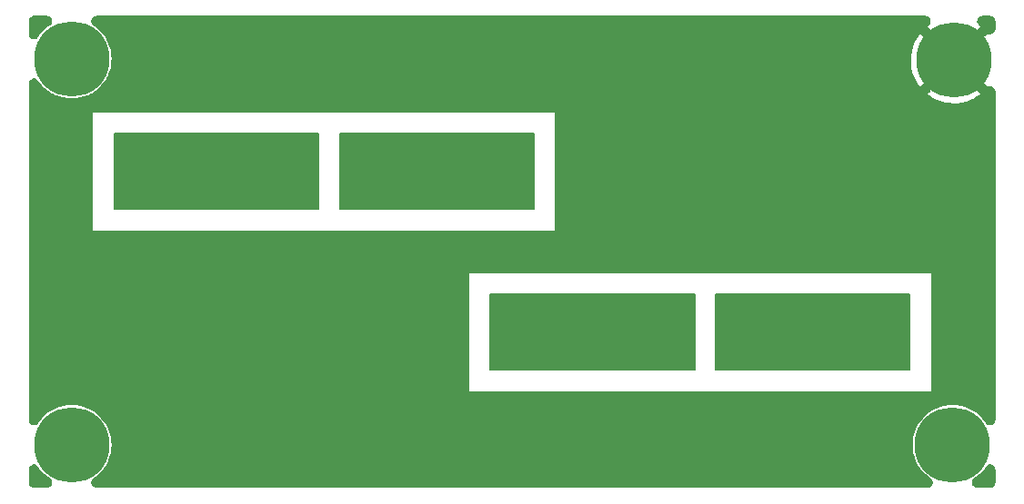
<source format=gbr>
%TF.GenerationSoftware,KiCad,Pcbnew,(6.0.0)*%
%TF.CreationDate,2023-03-06T12:39:06+00:00*%
%TF.ProjectId,VHF_Filter_Board,5648465f-4669-46c7-9465-725f426f6172,rev?*%
%TF.SameCoordinates,Original*%
%TF.FileFunction,Copper,L1,Top*%
%TF.FilePolarity,Positive*%
%FSLAX46Y46*%
G04 Gerber Fmt 4.6, Leading zero omitted, Abs format (unit mm)*
G04 Created by KiCad (PCBNEW (6.0.0)) date 2023-03-06 12:39:06*
%MOMM*%
%LPD*%
G01*
G04 APERTURE LIST*
%TA.AperFunction,NonConductor*%
%ADD10C,0.200000*%
%TD*%
%TA.AperFunction,ComponentPad*%
%ADD11C,0.800000*%
%TD*%
%TA.AperFunction,ComponentPad*%
%ADD12C,7.000000*%
%TD*%
%TA.AperFunction,ViaPad*%
%ADD13C,0.800000*%
%TD*%
G04 APERTURE END LIST*
D10*
X152000000Y-91000000D02*
X133000000Y-91000000D01*
X133000000Y-91000000D02*
X133000000Y-84000000D01*
X133000000Y-84000000D02*
X152000000Y-84000000D01*
X152000000Y-84000000D02*
X152000000Y-91000000D01*
G36*
X152000000Y-91000000D02*
G01*
X133000000Y-91000000D01*
X133000000Y-84000000D01*
X152000000Y-84000000D01*
X152000000Y-91000000D01*
G37*
X152000000Y-91000000D02*
X133000000Y-91000000D01*
X133000000Y-84000000D01*
X152000000Y-84000000D01*
X152000000Y-91000000D01*
X172000000Y-91000000D02*
X154000000Y-91000000D01*
X154000000Y-91000000D02*
X154000000Y-84000000D01*
X154000000Y-84000000D02*
X172000000Y-84000000D01*
X172000000Y-84000000D02*
X172000000Y-91000000D01*
G36*
X172000000Y-91000000D02*
G01*
X154000000Y-91000000D01*
X154000000Y-84000000D01*
X172000000Y-84000000D01*
X172000000Y-91000000D01*
G37*
X172000000Y-91000000D02*
X154000000Y-91000000D01*
X154000000Y-84000000D01*
X172000000Y-84000000D01*
X172000000Y-91000000D01*
X137000000Y-76000000D02*
X119000000Y-76000000D01*
X119000000Y-76000000D02*
X119000000Y-69000000D01*
X119000000Y-69000000D02*
X137000000Y-69000000D01*
X137000000Y-69000000D02*
X137000000Y-76000000D01*
G36*
X137000000Y-76000000D02*
G01*
X119000000Y-76000000D01*
X119000000Y-69000000D01*
X137000000Y-69000000D01*
X137000000Y-76000000D01*
G37*
X137000000Y-76000000D02*
X119000000Y-76000000D01*
X119000000Y-69000000D01*
X137000000Y-69000000D01*
X137000000Y-76000000D01*
X117000000Y-76000000D02*
X98000000Y-76000000D01*
X98000000Y-76000000D02*
X98000000Y-69000000D01*
X98000000Y-69000000D02*
X117000000Y-69000000D01*
X117000000Y-69000000D02*
X117000000Y-76000000D01*
G36*
X117000000Y-76000000D02*
G01*
X98000000Y-76000000D01*
X98000000Y-69000000D01*
X117000000Y-69000000D01*
X117000000Y-76000000D01*
G37*
X117000000Y-76000000D02*
X98000000Y-76000000D01*
X98000000Y-69000000D01*
X117000000Y-69000000D01*
X117000000Y-76000000D01*
D11*
%TO.P,H1,1*%
%TO.N,N/C*%
X173518845Y-62143845D03*
X178000000Y-60287690D03*
X174287690Y-60287690D03*
X174287690Y-64000000D03*
X176143845Y-64768845D03*
X178000000Y-64000000D03*
X178768845Y-62143845D03*
D12*
%TO.N,gnd*%
X176143845Y-62143845D03*
D11*
%TO.N,N/C*%
X176143845Y-59518845D03*
%TD*%
%TO.P,H3,1*%
%TO.N,N/C*%
X178625000Y-98000000D03*
X176000000Y-100625000D03*
D12*
X176000000Y-98000000D03*
D11*
X174143845Y-99856155D03*
X177856155Y-96143845D03*
X177856155Y-99856155D03*
X174143845Y-96143845D03*
X176000000Y-95375000D03*
X173375000Y-98000000D03*
%TD*%
D12*
%TO.P,H4,1*%
%TO.N,N/C*%
X94000000Y-98000000D03*
D11*
X94000000Y-95375000D03*
X92143845Y-99856155D03*
X91375000Y-98000000D03*
X95856155Y-96143845D03*
X94000000Y-100625000D03*
X96625000Y-98000000D03*
X95856155Y-99856155D03*
X92143845Y-96143845D03*
%TD*%
%TO.P,H2,1*%
%TO.N,N/C*%
X94000000Y-64625000D03*
X92143845Y-63856155D03*
D12*
X94000000Y-62000000D03*
D11*
X95856155Y-63856155D03*
X91375000Y-62000000D03*
X95856155Y-60143845D03*
X92143845Y-60143845D03*
X94000000Y-59375000D03*
X96625000Y-62000000D03*
%TD*%
D13*
%TO.N,gnd*%
X125000000Y-99000000D03*
X127000000Y-99000000D03*
X165000000Y-99000000D03*
X157000000Y-65000000D03*
X97000000Y-91000000D03*
X151000000Y-95000000D03*
X107000000Y-81000000D03*
X157000000Y-77000000D03*
X176000000Y-86000000D03*
X149000000Y-75000000D03*
X169000000Y-63000000D03*
X141000000Y-67000000D03*
X121000000Y-89000000D03*
X165000000Y-95000000D03*
X143000000Y-65000000D03*
X113000000Y-97000000D03*
X92000000Y-88000000D03*
X99000000Y-99000000D03*
X127000000Y-61000000D03*
X115000000Y-87000000D03*
X157000000Y-69000000D03*
X107000000Y-63000000D03*
X176000000Y-68000000D03*
X139000000Y-63000000D03*
X141000000Y-77000000D03*
X101000000Y-63000000D03*
X163000000Y-71000000D03*
X157000000Y-73000000D03*
X105000000Y-81000000D03*
X143000000Y-77000000D03*
X149000000Y-71000000D03*
X107000000Y-65000000D03*
X105000000Y-91000000D03*
X113000000Y-91000000D03*
X129000000Y-95000000D03*
X163000000Y-75000000D03*
X133000000Y-99000000D03*
X111000000Y-97000000D03*
X173000000Y-71000000D03*
X163000000Y-73000000D03*
X127000000Y-81000000D03*
X97000000Y-83000000D03*
X121000000Y-63000000D03*
X163000000Y-99000000D03*
X167000000Y-95000000D03*
X117000000Y-61000000D03*
X171000000Y-61000000D03*
X127000000Y-91000000D03*
X159000000Y-69000000D03*
X92000000Y-90000000D03*
X135000000Y-95000000D03*
X125000000Y-89000000D03*
X105000000Y-63000000D03*
X123000000Y-65000000D03*
X151000000Y-71000000D03*
X119000000Y-91000000D03*
X113000000Y-87000000D03*
X165000000Y-75000000D03*
X97000000Y-87000000D03*
X147000000Y-73000000D03*
X171000000Y-63000000D03*
X155000000Y-67000000D03*
X167000000Y-97000000D03*
X131000000Y-65000000D03*
X129000000Y-93000000D03*
X94000000Y-78000000D03*
X176000000Y-80000000D03*
X145000000Y-99000000D03*
X167000000Y-69000000D03*
X123000000Y-83000000D03*
X109000000Y-85000000D03*
X173000000Y-79000000D03*
X131000000Y-95000000D03*
X101000000Y-61000000D03*
X101000000Y-95000000D03*
X99000000Y-83000000D03*
X163000000Y-67000000D03*
X169000000Y-73000000D03*
X109000000Y-87000000D03*
X133000000Y-65000000D03*
X103000000Y-63000000D03*
X145000000Y-95000000D03*
X171000000Y-73000000D03*
X137000000Y-97000000D03*
X94000000Y-84000000D03*
X165000000Y-67000000D03*
X92000000Y-72000000D03*
X101000000Y-81000000D03*
X117000000Y-97000000D03*
X176000000Y-82000000D03*
X115000000Y-93000000D03*
X103000000Y-85000000D03*
X143000000Y-97000000D03*
X123000000Y-91000000D03*
X141000000Y-71000000D03*
X123000000Y-93000000D03*
X119000000Y-63000000D03*
X111000000Y-63000000D03*
X147000000Y-67000000D03*
X153000000Y-69000000D03*
X159000000Y-77000000D03*
X161000000Y-71000000D03*
X109000000Y-95000000D03*
X92000000Y-68000000D03*
X176000000Y-78000000D03*
X149000000Y-97000000D03*
X143000000Y-75000000D03*
X141000000Y-79000000D03*
X169000000Y-79000000D03*
X178000000Y-76000000D03*
X117000000Y-87000000D03*
X119000000Y-95000000D03*
X165000000Y-65000000D03*
X107000000Y-85000000D03*
X119000000Y-93000000D03*
X151000000Y-97000000D03*
X139000000Y-65000000D03*
X131000000Y-97000000D03*
X137000000Y-65000000D03*
X92000000Y-82000000D03*
X121000000Y-91000000D03*
X105000000Y-85000000D03*
X115000000Y-63000000D03*
X153000000Y-63000000D03*
X141000000Y-65000000D03*
X94000000Y-92000000D03*
X115000000Y-85000000D03*
X145000000Y-71000000D03*
X155000000Y-71000000D03*
X151000000Y-77000000D03*
X147000000Y-65000000D03*
X171000000Y-75000000D03*
X176000000Y-84000000D03*
X153000000Y-75000000D03*
X107000000Y-87000000D03*
X99000000Y-85000000D03*
X139000000Y-99000000D03*
X107000000Y-91000000D03*
X99000000Y-87000000D03*
X147000000Y-97000000D03*
X171000000Y-77000000D03*
X129000000Y-83000000D03*
X125000000Y-93000000D03*
X159000000Y-67000000D03*
X113000000Y-85000000D03*
X137000000Y-63000000D03*
X117000000Y-95000000D03*
X169000000Y-75000000D03*
X145000000Y-67000000D03*
X157000000Y-63000000D03*
X178000000Y-80000000D03*
X145000000Y-73000000D03*
X107000000Y-95000000D03*
X101000000Y-89000000D03*
X103000000Y-95000000D03*
X149000000Y-67000000D03*
X103000000Y-65000000D03*
X123000000Y-85000000D03*
X121000000Y-87000000D03*
X105000000Y-61000000D03*
X94000000Y-80000000D03*
X129000000Y-87000000D03*
X125000000Y-61000000D03*
X143000000Y-73000000D03*
X103000000Y-97000000D03*
X159000000Y-95000000D03*
X163000000Y-63000000D03*
X111000000Y-65000000D03*
X127000000Y-97000000D03*
X125000000Y-65000000D03*
X167000000Y-77000000D03*
X103000000Y-89000000D03*
X149000000Y-79000000D03*
X155000000Y-75000000D03*
X129000000Y-65000000D03*
X135000000Y-99000000D03*
X176000000Y-70000000D03*
X103000000Y-87000000D03*
X121000000Y-85000000D03*
X178000000Y-84000000D03*
X121000000Y-81000000D03*
X101000000Y-65000000D03*
X155000000Y-95000000D03*
X111000000Y-95000000D03*
X145000000Y-65000000D03*
X155000000Y-97000000D03*
X163000000Y-95000000D03*
X147000000Y-77000000D03*
X153000000Y-95000000D03*
X143000000Y-99000000D03*
X169000000Y-61000000D03*
X127000000Y-85000000D03*
X153000000Y-99000000D03*
X119000000Y-65000000D03*
X109000000Y-61000000D03*
X99000000Y-91000000D03*
X101000000Y-91000000D03*
X129000000Y-97000000D03*
X173000000Y-75000000D03*
X94000000Y-76000000D03*
X161000000Y-75000000D03*
X97000000Y-93000000D03*
X167000000Y-67000000D03*
X153000000Y-67000000D03*
X178000000Y-70000000D03*
X161000000Y-69000000D03*
X129000000Y-81000000D03*
X115000000Y-95000000D03*
X159000000Y-65000000D03*
X151000000Y-63000000D03*
X153000000Y-79000000D03*
X178000000Y-88000000D03*
X107000000Y-97000000D03*
X113000000Y-63000000D03*
X178000000Y-82000000D03*
X115000000Y-83000000D03*
X173000000Y-73000000D03*
X105000000Y-95000000D03*
X159000000Y-63000000D03*
X143000000Y-95000000D03*
X125000000Y-97000000D03*
X139000000Y-95000000D03*
X169000000Y-77000000D03*
X143000000Y-67000000D03*
X99000000Y-93000000D03*
X135000000Y-97000000D03*
X141000000Y-73000000D03*
X159000000Y-73000000D03*
X145000000Y-69000000D03*
X99000000Y-81000000D03*
X117000000Y-85000000D03*
X103000000Y-91000000D03*
X115000000Y-61000000D03*
X113000000Y-95000000D03*
X94000000Y-70000000D03*
X165000000Y-71000000D03*
X176000000Y-74000000D03*
X176000000Y-90000000D03*
X159000000Y-99000000D03*
X145000000Y-77000000D03*
X149000000Y-63000000D03*
X113000000Y-81000000D03*
X97000000Y-81000000D03*
X161000000Y-99000000D03*
X178000000Y-68000000D03*
X143000000Y-79000000D03*
X109000000Y-93000000D03*
X178000000Y-74000000D03*
X119000000Y-83000000D03*
X159000000Y-75000000D03*
X135000000Y-63000000D03*
X161000000Y-77000000D03*
X165000000Y-69000000D03*
X123000000Y-61000000D03*
X147000000Y-75000000D03*
X123000000Y-97000000D03*
X151000000Y-99000000D03*
X149000000Y-69000000D03*
X161000000Y-95000000D03*
X133000000Y-61000000D03*
X125000000Y-85000000D03*
X165000000Y-79000000D03*
X157000000Y-79000000D03*
X105000000Y-83000000D03*
X119000000Y-89000000D03*
X153000000Y-97000000D03*
X151000000Y-67000000D03*
X157000000Y-97000000D03*
X157000000Y-75000000D03*
X125000000Y-95000000D03*
X161000000Y-97000000D03*
X139000000Y-97000000D03*
X92000000Y-92000000D03*
X99000000Y-97000000D03*
X113000000Y-65000000D03*
X111000000Y-91000000D03*
X123000000Y-89000000D03*
X127000000Y-93000000D03*
X92000000Y-78000000D03*
X143000000Y-69000000D03*
X171000000Y-79000000D03*
X155000000Y-63000000D03*
X145000000Y-63000000D03*
X123000000Y-87000000D03*
X147000000Y-63000000D03*
X92000000Y-70000000D03*
X109000000Y-83000000D03*
X149000000Y-95000000D03*
X94000000Y-82000000D03*
X94000000Y-74000000D03*
X107000000Y-61000000D03*
X101000000Y-83000000D03*
X113000000Y-61000000D03*
X141000000Y-95000000D03*
X123000000Y-63000000D03*
X173000000Y-67000000D03*
X176000000Y-72000000D03*
X119000000Y-85000000D03*
X153000000Y-65000000D03*
X115000000Y-91000000D03*
X165000000Y-97000000D03*
X109000000Y-65000000D03*
X133000000Y-97000000D03*
X94000000Y-72000000D03*
X157000000Y-67000000D03*
X163000000Y-79000000D03*
X92000000Y-80000000D03*
X117000000Y-83000000D03*
X115000000Y-65000000D03*
X163000000Y-65000000D03*
X155000000Y-65000000D03*
X111000000Y-87000000D03*
X145000000Y-79000000D03*
X159000000Y-97000000D03*
X111000000Y-93000000D03*
X149000000Y-77000000D03*
X117000000Y-91000000D03*
X121000000Y-95000000D03*
X169000000Y-71000000D03*
X117000000Y-93000000D03*
X123000000Y-95000000D03*
X178000000Y-90000000D03*
X121000000Y-65000000D03*
X149000000Y-65000000D03*
X109000000Y-97000000D03*
X171000000Y-99000000D03*
X141000000Y-69000000D03*
X101000000Y-97000000D03*
X137000000Y-99000000D03*
X141000000Y-99000000D03*
X147000000Y-71000000D03*
X105000000Y-65000000D03*
X109000000Y-89000000D03*
X155000000Y-79000000D03*
X129000000Y-99000000D03*
X111000000Y-61000000D03*
X151000000Y-75000000D03*
X125000000Y-63000000D03*
X147000000Y-99000000D03*
X167000000Y-99000000D03*
X119000000Y-87000000D03*
X141000000Y-97000000D03*
X145000000Y-75000000D03*
X151000000Y-73000000D03*
X107000000Y-83000000D03*
X167000000Y-61000000D03*
X153000000Y-77000000D03*
X133000000Y-63000000D03*
X111000000Y-89000000D03*
X161000000Y-65000000D03*
X103000000Y-61000000D03*
X92000000Y-76000000D03*
X155000000Y-69000000D03*
X101000000Y-85000000D03*
X157000000Y-71000000D03*
X133000000Y-95000000D03*
X99000000Y-95000000D03*
X131000000Y-99000000D03*
X167000000Y-75000000D03*
X149000000Y-99000000D03*
X123000000Y-81000000D03*
X111000000Y-85000000D03*
X169000000Y-65000000D03*
X117000000Y-89000000D03*
X159000000Y-79000000D03*
X99000000Y-61000000D03*
X147000000Y-79000000D03*
X167000000Y-79000000D03*
X119000000Y-81000000D03*
X169000000Y-69000000D03*
X109000000Y-63000000D03*
X125000000Y-91000000D03*
X105000000Y-97000000D03*
X171000000Y-69000000D03*
X167000000Y-65000000D03*
X113000000Y-89000000D03*
X129000000Y-63000000D03*
X127000000Y-63000000D03*
X165000000Y-73000000D03*
X171000000Y-65000000D03*
X129000000Y-85000000D03*
X115000000Y-89000000D03*
X143000000Y-71000000D03*
X109000000Y-81000000D03*
X121000000Y-97000000D03*
X151000000Y-69000000D03*
X103000000Y-93000000D03*
X111000000Y-83000000D03*
X109000000Y-91000000D03*
X178000000Y-72000000D03*
X159000000Y-71000000D03*
X135000000Y-65000000D03*
X153000000Y-73000000D03*
X115000000Y-97000000D03*
X149000000Y-73000000D03*
X92000000Y-84000000D03*
X125000000Y-87000000D03*
X127000000Y-65000000D03*
X163000000Y-97000000D03*
X169000000Y-99000000D03*
X169000000Y-95000000D03*
X115000000Y-81000000D03*
X94000000Y-86000000D03*
X94000000Y-88000000D03*
X143000000Y-63000000D03*
X167000000Y-63000000D03*
X119000000Y-97000000D03*
X131000000Y-63000000D03*
X97000000Y-89000000D03*
X145000000Y-97000000D03*
X135000000Y-61000000D03*
X105000000Y-87000000D03*
X171000000Y-67000000D03*
X94000000Y-68000000D03*
X129000000Y-91000000D03*
X105000000Y-93000000D03*
X157000000Y-95000000D03*
X131000000Y-61000000D03*
X178000000Y-78000000D03*
X127000000Y-87000000D03*
X101000000Y-93000000D03*
X111000000Y-81000000D03*
X125000000Y-83000000D03*
X127000000Y-95000000D03*
X167000000Y-71000000D03*
X127000000Y-89000000D03*
X99000000Y-65000000D03*
X169000000Y-67000000D03*
X161000000Y-63000000D03*
X125000000Y-81000000D03*
X176000000Y-92000000D03*
X173000000Y-69000000D03*
X129000000Y-61000000D03*
X163000000Y-77000000D03*
X117000000Y-65000000D03*
X147000000Y-95000000D03*
X119000000Y-61000000D03*
X173000000Y-77000000D03*
X105000000Y-89000000D03*
X117000000Y-81000000D03*
X163000000Y-69000000D03*
X151000000Y-65000000D03*
X101000000Y-87000000D03*
X107000000Y-93000000D03*
X155000000Y-73000000D03*
X176000000Y-88000000D03*
X161000000Y-79000000D03*
X171000000Y-97000000D03*
X129000000Y-89000000D03*
X121000000Y-83000000D03*
X103000000Y-83000000D03*
X161000000Y-67000000D03*
X151000000Y-79000000D03*
X137000000Y-95000000D03*
X165000000Y-77000000D03*
X171000000Y-71000000D03*
X157000000Y-99000000D03*
X141000000Y-63000000D03*
X165000000Y-63000000D03*
X97000000Y-85000000D03*
X165000000Y-61000000D03*
X92000000Y-74000000D03*
X92000000Y-86000000D03*
X127000000Y-83000000D03*
X117000000Y-63000000D03*
X113000000Y-83000000D03*
X153000000Y-71000000D03*
X121000000Y-93000000D03*
X103000000Y-81000000D03*
X167000000Y-73000000D03*
X113000000Y-93000000D03*
X155000000Y-99000000D03*
X178000000Y-92000000D03*
X155000000Y-77000000D03*
X178000000Y-86000000D03*
X141000000Y-75000000D03*
X169000000Y-97000000D03*
X121000000Y-61000000D03*
X147000000Y-69000000D03*
X107000000Y-89000000D03*
X99000000Y-89000000D03*
X99000000Y-63000000D03*
X176000000Y-76000000D03*
X94000000Y-90000000D03*
X161000000Y-73000000D03*
%TD*%
%TA.AperFunction,Conductor*%
%TO.N,gnd*%
G36*
X131000000Y-93000000D02*
G01*
X96000000Y-93000000D01*
X96000000Y-78000000D01*
X131000000Y-78000000D01*
X131000000Y-93000000D01*
G37*
%TD.AperFunction*%
%TD*%
%TA.AperFunction,Conductor*%
%TO.N,gnd*%
G36*
X96000000Y-93000000D02*
G01*
X90000500Y-93000000D01*
X90000500Y-67000000D01*
X96000000Y-67000000D01*
X96000000Y-93000000D01*
G37*
%TD.AperFunction*%
%TD*%
%TA.AperFunction,Conductor*%
%TO.N,gnd*%
G36*
X139000000Y-82000000D02*
G01*
X131000000Y-82000000D01*
X131000000Y-78000000D01*
X139000000Y-78000000D01*
X139000000Y-82000000D01*
G37*
%TD.AperFunction*%
%TD*%
%TA.AperFunction,Conductor*%
%TO.N,gnd*%
G36*
X174000000Y-82000000D02*
G01*
X139000000Y-82000000D01*
X139000000Y-67000000D01*
X174000000Y-67000000D01*
X174000000Y-82000000D01*
G37*
%TD.AperFunction*%
%TD*%
%TA.AperFunction,Conductor*%
%TO.N,gnd*%
G36*
X173632600Y-58020713D02*
G01*
X173761795Y-58079714D01*
X173869134Y-58172724D01*
X173945921Y-58292208D01*
X173985936Y-58428485D01*
X173985936Y-58570515D01*
X173945921Y-58706792D01*
X173869134Y-58826276D01*
X173785321Y-58903199D01*
X173712828Y-58955868D01*
X173691049Y-58977034D01*
X173710458Y-59003351D01*
X173863134Y-59156027D01*
X173948250Y-59269728D01*
X173997884Y-59402803D01*
X174008017Y-59544471D01*
X173977826Y-59683256D01*
X173909758Y-59807913D01*
X173876503Y-59846290D01*
X173859408Y-59859408D01*
X173849571Y-59872228D01*
X173748018Y-59948250D01*
X173614943Y-59997884D01*
X173473275Y-60008017D01*
X173334490Y-59977826D01*
X173209833Y-59909758D01*
X173156027Y-59863134D01*
X173003379Y-59710486D01*
X172978419Y-59691801D01*
X172957067Y-59713012D01*
X172840181Y-59867005D01*
X172826404Y-59887125D01*
X172633764Y-60200257D01*
X172622026Y-60221608D01*
X172460856Y-60552054D01*
X172451255Y-60574456D01*
X172323102Y-60919050D01*
X172315732Y-60942282D01*
X172221818Y-61297733D01*
X172216750Y-61321575D01*
X172157970Y-61684492D01*
X172155252Y-61708723D01*
X172132168Y-62075647D01*
X172131827Y-62100000D01*
X172144660Y-62467449D01*
X172146697Y-62491708D01*
X172195323Y-62856146D01*
X172199723Y-62880119D01*
X172283678Y-63238066D01*
X172290388Y-63261467D01*
X172408874Y-63609518D01*
X172417846Y-63632178D01*
X172569727Y-63966997D01*
X172580862Y-63988664D01*
X172764699Y-64307078D01*
X172777887Y-64327541D01*
X172955357Y-64575430D01*
X172976175Y-64597153D01*
X173003256Y-64577327D01*
X173156027Y-64424556D01*
X173269728Y-64339440D01*
X173402803Y-64289806D01*
X173544471Y-64279673D01*
X173683256Y-64309864D01*
X173807913Y-64377932D01*
X173846290Y-64411187D01*
X173859408Y-64428282D01*
X173872228Y-64438119D01*
X173948250Y-64539672D01*
X173997884Y-64672747D01*
X174008017Y-64814415D01*
X173977826Y-64953200D01*
X173909758Y-65077857D01*
X173863134Y-65131663D01*
X173710637Y-65284160D01*
X173691798Y-65309326D01*
X173712318Y-65330128D01*
X173844007Y-65431542D01*
X173864006Y-65445441D01*
X174175806Y-65640275D01*
X174197063Y-65652156D01*
X174526388Y-65815635D01*
X174548715Y-65825389D01*
X174892409Y-65955946D01*
X174915580Y-65963475D01*
X175270379Y-66059871D01*
X175294172Y-66065103D01*
X175656692Y-66126418D01*
X175680874Y-66129302D01*
X176047623Y-66154947D01*
X176072016Y-66155458D01*
X176439517Y-66145192D01*
X176463802Y-66143324D01*
X176828556Y-66097245D01*
X176852571Y-66093010D01*
X177211083Y-66011558D01*
X177234548Y-66005007D01*
X177583401Y-65888959D01*
X177606135Y-65880141D01*
X177942000Y-65730605D01*
X177963743Y-65719622D01*
X178283421Y-65538019D01*
X178303999Y-65524960D01*
X178576142Y-65332984D01*
X178597800Y-65312516D01*
X178577561Y-65284668D01*
X178424556Y-65131663D01*
X178339440Y-65017962D01*
X178289806Y-64884887D01*
X178279673Y-64743219D01*
X178309864Y-64604434D01*
X178377932Y-64479777D01*
X178411187Y-64441400D01*
X178428282Y-64428282D01*
X178438119Y-64415462D01*
X178539672Y-64339440D01*
X178672747Y-64289806D01*
X178814415Y-64279673D01*
X178953200Y-64309864D01*
X179077857Y-64377932D01*
X179131663Y-64424556D01*
X179284148Y-64577041D01*
X179310574Y-64596823D01*
X179359070Y-64586273D01*
X179394426Y-64573086D01*
X179536094Y-64562952D01*
X179674879Y-64593142D01*
X179799536Y-64661208D01*
X179899968Y-64761638D01*
X179968036Y-64886294D01*
X179998228Y-65025079D01*
X179999500Y-65060681D01*
X179999500Y-67000000D01*
X90000500Y-67000000D01*
X90000500Y-64320315D01*
X90020713Y-64179730D01*
X90079714Y-64050535D01*
X90172724Y-63943196D01*
X90292208Y-63866409D01*
X90428485Y-63826394D01*
X90570515Y-63826394D01*
X90706792Y-63866409D01*
X90826276Y-63943196D01*
X90917996Y-64048540D01*
X90995007Y-64167126D01*
X90995014Y-64167136D01*
X91002124Y-64178084D01*
X91246219Y-64479516D01*
X91520484Y-64753781D01*
X91821916Y-64997876D01*
X91832858Y-65004982D01*
X91832861Y-65004984D01*
X91863805Y-65025079D01*
X92147211Y-65209125D01*
X92294476Y-65284160D01*
X92481159Y-65379280D01*
X92481166Y-65379283D01*
X92492806Y-65385214D01*
X92504996Y-65389893D01*
X92505002Y-65389896D01*
X92659768Y-65449305D01*
X92854913Y-65524214D01*
X92867525Y-65527593D01*
X92867530Y-65527595D01*
X93216941Y-65621219D01*
X93229567Y-65624602D01*
X93242471Y-65626646D01*
X93242472Y-65626646D01*
X93599760Y-65683235D01*
X93599769Y-65683236D01*
X93612662Y-65685278D01*
X93625711Y-65685962D01*
X93625712Y-65685962D01*
X93986949Y-65704894D01*
X94000000Y-65705578D01*
X94013051Y-65704894D01*
X94374288Y-65685962D01*
X94374289Y-65685962D01*
X94387338Y-65685278D01*
X94400231Y-65683236D01*
X94400240Y-65683235D01*
X94757528Y-65626646D01*
X94757529Y-65626646D01*
X94770433Y-65624602D01*
X94783059Y-65621219D01*
X95132470Y-65527595D01*
X95132475Y-65527593D01*
X95145087Y-65524214D01*
X95340232Y-65449305D01*
X95494998Y-65389896D01*
X95495004Y-65389893D01*
X95507194Y-65385214D01*
X95518834Y-65379283D01*
X95518841Y-65379280D01*
X95705524Y-65284160D01*
X95852789Y-65209125D01*
X96136195Y-65025079D01*
X96167139Y-65004984D01*
X96167142Y-65004982D01*
X96178084Y-64997876D01*
X96479516Y-64753781D01*
X96753781Y-64479516D01*
X96997876Y-64178084D01*
X97134958Y-63966997D01*
X97202012Y-63863742D01*
X97209125Y-63852789D01*
X97326683Y-63622068D01*
X97379280Y-63518841D01*
X97379283Y-63518834D01*
X97385214Y-63507194D01*
X97524214Y-63145087D01*
X97532246Y-63115113D01*
X97621219Y-62783059D01*
X97621219Y-62783057D01*
X97624602Y-62770433D01*
X97631182Y-62728889D01*
X97683235Y-62400240D01*
X97683236Y-62400231D01*
X97685278Y-62387338D01*
X97689824Y-62300607D01*
X97704894Y-62013051D01*
X97705578Y-62000000D01*
X97690671Y-61715563D01*
X97685962Y-61625712D01*
X97685962Y-61625711D01*
X97685278Y-61612662D01*
X97676748Y-61558801D01*
X97626646Y-61242472D01*
X97626646Y-61242471D01*
X97624602Y-61229567D01*
X97552489Y-60960437D01*
X97527595Y-60867530D01*
X97527593Y-60867525D01*
X97524214Y-60854913D01*
X97422727Y-60590531D01*
X97389896Y-60505002D01*
X97389893Y-60504996D01*
X97385214Y-60492806D01*
X97360577Y-60444452D01*
X97222743Y-60173938D01*
X97209125Y-60147211D01*
X97024643Y-59863134D01*
X97004984Y-59832861D01*
X97004982Y-59832858D01*
X96997876Y-59821916D01*
X96753781Y-59520484D01*
X96479516Y-59246219D01*
X96178084Y-59002124D01*
X96167136Y-58995014D01*
X96167126Y-58995007D01*
X96048540Y-58917996D01*
X95941645Y-58824476D01*
X95865427Y-58704629D01*
X95826062Y-58568163D01*
X95826738Y-58426134D01*
X95867401Y-58290049D01*
X95944756Y-58170933D01*
X96052537Y-58078435D01*
X96182011Y-58020049D01*
X96320315Y-58000500D01*
X173492015Y-58000500D01*
X173632600Y-58020713D01*
G37*
%TD.AperFunction*%
%TA.AperFunction,Conductor*%
G36*
X177395566Y-60597554D02*
G01*
X177520223Y-60665622D01*
X177558600Y-60698877D01*
X177571718Y-60715972D01*
X177584538Y-60725809D01*
X177660560Y-60827362D01*
X177710194Y-60960437D01*
X177720327Y-61102105D01*
X177690136Y-61240890D01*
X177622068Y-61365547D01*
X177575444Y-61419353D01*
X176876190Y-62118607D01*
X176856974Y-62144276D01*
X176863701Y-62156594D01*
X177575444Y-62868337D01*
X177660560Y-62982038D01*
X177710194Y-63115113D01*
X177720327Y-63256781D01*
X177690136Y-63395566D01*
X177622068Y-63520223D01*
X177588813Y-63558600D01*
X177571718Y-63571718D01*
X177561881Y-63584538D01*
X177460328Y-63660560D01*
X177327253Y-63710194D01*
X177185585Y-63720327D01*
X177046800Y-63690136D01*
X176922143Y-63622068D01*
X176868337Y-63575444D01*
X176169083Y-62876190D01*
X176143414Y-62856974D01*
X176131096Y-62863701D01*
X175419353Y-63575444D01*
X175305652Y-63660560D01*
X175172577Y-63710194D01*
X175030909Y-63720327D01*
X174892124Y-63690136D01*
X174767467Y-63622068D01*
X174729090Y-63588813D01*
X174715972Y-63571718D01*
X174703152Y-63561881D01*
X174627130Y-63460328D01*
X174577496Y-63327253D01*
X174567363Y-63185585D01*
X174597554Y-63046800D01*
X174665622Y-62922143D01*
X174712246Y-62868337D01*
X175411500Y-62169083D01*
X175430716Y-62143414D01*
X175423989Y-62131096D01*
X174712246Y-61419353D01*
X174627130Y-61305652D01*
X174577496Y-61172577D01*
X174567363Y-61030909D01*
X174597554Y-60892124D01*
X174665622Y-60767467D01*
X174698877Y-60729090D01*
X174715972Y-60715972D01*
X174725809Y-60703152D01*
X174827362Y-60627130D01*
X174960437Y-60577496D01*
X175102105Y-60567363D01*
X175240890Y-60597554D01*
X175365547Y-60665622D01*
X175419353Y-60712246D01*
X176118607Y-61411500D01*
X176144276Y-61430716D01*
X176156594Y-61423989D01*
X176868337Y-60712246D01*
X176982038Y-60627130D01*
X177115113Y-60577496D01*
X177256781Y-60567363D01*
X177395566Y-60597554D01*
G37*
%TD.AperFunction*%
%TA.AperFunction,Conductor*%
G36*
X179641085Y-58020713D02*
G01*
X179770280Y-58079714D01*
X179877619Y-58172724D01*
X179954406Y-58292208D01*
X179994421Y-58428485D01*
X179999500Y-58499500D01*
X179999500Y-59225184D01*
X179979287Y-59365769D01*
X179920286Y-59494964D01*
X179827276Y-59602303D01*
X179707792Y-59679090D01*
X179571515Y-59719105D01*
X179429485Y-59719105D01*
X179378638Y-59704175D01*
X179378434Y-59705082D01*
X179311767Y-59690069D01*
X179284385Y-59710412D01*
X179131663Y-59863134D01*
X179017962Y-59948250D01*
X178884887Y-59997884D01*
X178743219Y-60008017D01*
X178604434Y-59977826D01*
X178479777Y-59909758D01*
X178441400Y-59876503D01*
X178428282Y-59859408D01*
X178415462Y-59849571D01*
X178339440Y-59748018D01*
X178289806Y-59614943D01*
X178279673Y-59473275D01*
X178309864Y-59334490D01*
X178377932Y-59209833D01*
X178424556Y-59156027D01*
X178577495Y-59003088D01*
X178596022Y-58978338D01*
X178574123Y-58956446D01*
X178497420Y-58899065D01*
X178396957Y-58798667D01*
X178328850Y-58674032D01*
X178298615Y-58535257D01*
X178308702Y-58393585D01*
X178358294Y-58260494D01*
X178443373Y-58146766D01*
X178557047Y-58061614D01*
X178690107Y-58011938D01*
X178796332Y-58000500D01*
X179500500Y-58000500D01*
X179641085Y-58020713D01*
G37*
%TD.AperFunction*%
%TD*%
%TA.AperFunction,NonConductor*%
G36*
X91820270Y-58020713D02*
G01*
X91949465Y-58079714D01*
X92056804Y-58172724D01*
X92133591Y-58292208D01*
X92173606Y-58428485D01*
X92173606Y-58570515D01*
X92133591Y-58706792D01*
X92056804Y-58826276D01*
X91951460Y-58917996D01*
X91832874Y-58995007D01*
X91832864Y-58995014D01*
X91821916Y-59002124D01*
X91520484Y-59246219D01*
X91246219Y-59520484D01*
X91002124Y-59821916D01*
X90995016Y-59832861D01*
X90995007Y-59832874D01*
X90917996Y-59951460D01*
X90824476Y-60058355D01*
X90704629Y-60134573D01*
X90568163Y-60173938D01*
X90426134Y-60173262D01*
X90290049Y-60132599D01*
X90170933Y-60055244D01*
X90078435Y-59947463D01*
X90020049Y-59817989D01*
X90000500Y-59679685D01*
X90000500Y-58499500D01*
X90020713Y-58358915D01*
X90079714Y-58229720D01*
X90172724Y-58122381D01*
X90292208Y-58045594D01*
X90428485Y-58005579D01*
X90499500Y-58000500D01*
X91679685Y-58000500D01*
X91820270Y-58020713D01*
G37*
%TD.AperFunction*%
%TA.AperFunction,Conductor*%
%TO.N,gnd*%
G36*
X179999500Y-93000000D02*
G01*
X174000000Y-93000000D01*
X174000000Y-67000000D01*
X179999500Y-67000000D01*
X179999500Y-93000000D01*
G37*
%TD.AperFunction*%
%TD*%
%TA.AperFunction,Conductor*%
%TO.N,gnd*%
G36*
X179999500Y-95679685D02*
G01*
X179979287Y-95820270D01*
X179920286Y-95949465D01*
X179827276Y-96056804D01*
X179707792Y-96133591D01*
X179571515Y-96173606D01*
X179429485Y-96173606D01*
X179293208Y-96133591D01*
X179173724Y-96056804D01*
X179082004Y-95951460D01*
X179004993Y-95832874D01*
X179004984Y-95832861D01*
X178997876Y-95821916D01*
X178753781Y-95520484D01*
X178479516Y-95246219D01*
X178178084Y-95002124D01*
X177852789Y-94790875D01*
X177687503Y-94706658D01*
X177518841Y-94620720D01*
X177518834Y-94620717D01*
X177507194Y-94614786D01*
X177495004Y-94610107D01*
X177494998Y-94610104D01*
X177340232Y-94550695D01*
X177145087Y-94475786D01*
X177132475Y-94472407D01*
X177132470Y-94472405D01*
X176783059Y-94378781D01*
X176783057Y-94378781D01*
X176770433Y-94375398D01*
X176757528Y-94373354D01*
X176400240Y-94316765D01*
X176400231Y-94316764D01*
X176387338Y-94314722D01*
X176374289Y-94314038D01*
X176374288Y-94314038D01*
X176013051Y-94295106D01*
X176000000Y-94294422D01*
X175986949Y-94295106D01*
X175625712Y-94314038D01*
X175625711Y-94314038D01*
X175612662Y-94314722D01*
X175599769Y-94316764D01*
X175599760Y-94316765D01*
X175242472Y-94373354D01*
X175229567Y-94375398D01*
X175216943Y-94378781D01*
X175216941Y-94378781D01*
X174867530Y-94472405D01*
X174867525Y-94472407D01*
X174854913Y-94475786D01*
X174659768Y-94550695D01*
X174505002Y-94610104D01*
X174504996Y-94610107D01*
X174492806Y-94614786D01*
X174481166Y-94620717D01*
X174481159Y-94620720D01*
X174312497Y-94706658D01*
X174147211Y-94790875D01*
X173821916Y-95002124D01*
X173520484Y-95246219D01*
X173246219Y-95520484D01*
X173002124Y-95821916D01*
X172790875Y-96147211D01*
X172614786Y-96492806D01*
X172475786Y-96854913D01*
X172375398Y-97229567D01*
X172314722Y-97612662D01*
X172294422Y-98000000D01*
X172314722Y-98387338D01*
X172375398Y-98770433D01*
X172475786Y-99145087D01*
X172614786Y-99507194D01*
X172790875Y-99852789D01*
X173002124Y-100178084D01*
X173246219Y-100479516D01*
X173520484Y-100753781D01*
X173821916Y-100997876D01*
X173832864Y-101004986D01*
X173832874Y-101004993D01*
X173951460Y-101082004D01*
X174058355Y-101175524D01*
X174134573Y-101295371D01*
X174173938Y-101431837D01*
X174173262Y-101573866D01*
X174132599Y-101709951D01*
X174055244Y-101829067D01*
X173947463Y-101921565D01*
X173817989Y-101979951D01*
X173679685Y-101999500D01*
X96320315Y-101999500D01*
X96179730Y-101979287D01*
X96050535Y-101920286D01*
X95943196Y-101827276D01*
X95866409Y-101707792D01*
X95826394Y-101571515D01*
X95826394Y-101429485D01*
X95866409Y-101293208D01*
X95943196Y-101173724D01*
X96048540Y-101082004D01*
X96167126Y-101004993D01*
X96167136Y-101004986D01*
X96178084Y-100997876D01*
X96479516Y-100753781D01*
X96753781Y-100479516D01*
X96997876Y-100178084D01*
X97209125Y-99852789D01*
X97385214Y-99507194D01*
X97524214Y-99145087D01*
X97624602Y-98770433D01*
X97685278Y-98387338D01*
X97705578Y-98000000D01*
X97685278Y-97612662D01*
X97624602Y-97229567D01*
X97524214Y-96854913D01*
X97385214Y-96492806D01*
X97209125Y-96147211D01*
X96997876Y-95821916D01*
X96753781Y-95520484D01*
X96479516Y-95246219D01*
X96178084Y-95002124D01*
X95852789Y-94790875D01*
X95687503Y-94706658D01*
X95518841Y-94620720D01*
X95518834Y-94620717D01*
X95507194Y-94614786D01*
X95495004Y-94610107D01*
X95494998Y-94610104D01*
X95340232Y-94550695D01*
X95145087Y-94475786D01*
X95132475Y-94472407D01*
X95132470Y-94472405D01*
X94783059Y-94378781D01*
X94783057Y-94378781D01*
X94770433Y-94375398D01*
X94757528Y-94373354D01*
X94400240Y-94316765D01*
X94400231Y-94316764D01*
X94387338Y-94314722D01*
X94374289Y-94314038D01*
X94374288Y-94314038D01*
X94013051Y-94295106D01*
X94000000Y-94294422D01*
X93986949Y-94295106D01*
X93625712Y-94314038D01*
X93625711Y-94314038D01*
X93612662Y-94314722D01*
X93599769Y-94316764D01*
X93599760Y-94316765D01*
X93242472Y-94373354D01*
X93229567Y-94375398D01*
X93216943Y-94378781D01*
X93216941Y-94378781D01*
X92867530Y-94472405D01*
X92867525Y-94472407D01*
X92854913Y-94475786D01*
X92659768Y-94550695D01*
X92505002Y-94610104D01*
X92504996Y-94610107D01*
X92492806Y-94614786D01*
X92481166Y-94620717D01*
X92481159Y-94620720D01*
X92312497Y-94706658D01*
X92147211Y-94790875D01*
X91821916Y-95002124D01*
X91520484Y-95246219D01*
X91246219Y-95520484D01*
X91002124Y-95821916D01*
X90995016Y-95832861D01*
X90995007Y-95832874D01*
X90917996Y-95951460D01*
X90824476Y-96058355D01*
X90704629Y-96134573D01*
X90568163Y-96173938D01*
X90426134Y-96173262D01*
X90290049Y-96132599D01*
X90170933Y-96055244D01*
X90078435Y-95947463D01*
X90020049Y-95817989D01*
X90000500Y-95679685D01*
X90000500Y-93000000D01*
X179999500Y-93000000D01*
X179999500Y-95679685D01*
G37*
%TD.AperFunction*%
%TD*%
%TA.AperFunction,NonConductor*%
G36*
X179573866Y-99826738D02*
G01*
X179709951Y-99867401D01*
X179829067Y-99944756D01*
X179921565Y-100052537D01*
X179979951Y-100182011D01*
X179999500Y-100320315D01*
X179999500Y-101500500D01*
X179979287Y-101641085D01*
X179920286Y-101770280D01*
X179827276Y-101877619D01*
X179707792Y-101954406D01*
X179571515Y-101994421D01*
X179500500Y-101999500D01*
X178320315Y-101999500D01*
X178179730Y-101979287D01*
X178050535Y-101920286D01*
X177943196Y-101827276D01*
X177866409Y-101707792D01*
X177826394Y-101571515D01*
X177826394Y-101429485D01*
X177866409Y-101293208D01*
X177943196Y-101173724D01*
X178048540Y-101082004D01*
X178167126Y-101004993D01*
X178167136Y-101004986D01*
X178178084Y-100997876D01*
X178479516Y-100753781D01*
X178753781Y-100479516D01*
X178997876Y-100178084D01*
X179004986Y-100167136D01*
X179004993Y-100167126D01*
X179082004Y-100048540D01*
X179175524Y-99941645D01*
X179295371Y-99865427D01*
X179431837Y-99826062D01*
X179573866Y-99826738D01*
G37*
%TD.AperFunction*%
%TA.AperFunction,NonConductor*%
G36*
X90706792Y-99866409D02*
G01*
X90826276Y-99943196D01*
X90917996Y-100048540D01*
X90995007Y-100167126D01*
X90995014Y-100167136D01*
X91002124Y-100178084D01*
X91246219Y-100479516D01*
X91520484Y-100753781D01*
X91821916Y-100997876D01*
X91832864Y-101004986D01*
X91832874Y-101004993D01*
X91951460Y-101082004D01*
X92058355Y-101175524D01*
X92134573Y-101295371D01*
X92173938Y-101431837D01*
X92173262Y-101573866D01*
X92132599Y-101709951D01*
X92055244Y-101829067D01*
X91947463Y-101921565D01*
X91817989Y-101979951D01*
X91679685Y-101999500D01*
X90499500Y-101999500D01*
X90358915Y-101979287D01*
X90229720Y-101920286D01*
X90122381Y-101827276D01*
X90045594Y-101707792D01*
X90005579Y-101571515D01*
X90000500Y-101500500D01*
X90000500Y-100320315D01*
X90020713Y-100179730D01*
X90079714Y-100050535D01*
X90172724Y-99943196D01*
X90292208Y-99866409D01*
X90428485Y-99826394D01*
X90570515Y-99826394D01*
X90706792Y-99866409D01*
G37*
%TD.AperFunction*%
M02*

</source>
